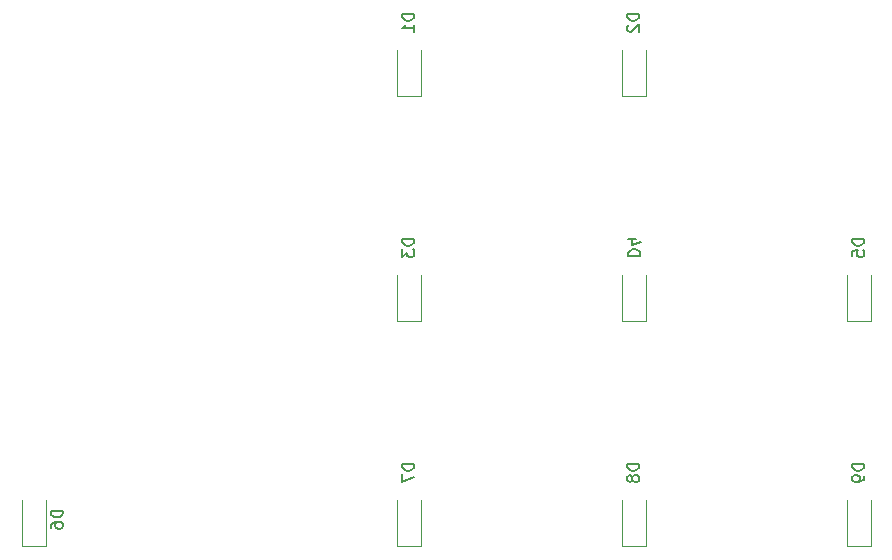
<source format=gbr>
G04 #@! TF.GenerationSoftware,KiCad,Pcbnew,(5.1.4)-1*
G04 #@! TF.CreationDate,2024-05-04T17:29:15-04:00*
G04 #@! TF.ProjectId,micarrizo-pad,6d696361-7272-4697-9a6f-2d7061642e6b,rev?*
G04 #@! TF.SameCoordinates,Original*
G04 #@! TF.FileFunction,Legend,Bot*
G04 #@! TF.FilePolarity,Positive*
%FSLAX46Y46*%
G04 Gerber Fmt 4.6, Leading zero omitted, Abs format (unit mm)*
G04 Created by KiCad (PCBNEW (5.1.4)-1) date 2024-05-04 17:29:15*
%MOMM*%
%LPD*%
G04 APERTURE LIST*
%ADD10C,0.120000*%
%ADD11C,0.150000*%
G04 APERTURE END LIST*
D10*
X149431250Y-106231250D02*
X149431250Y-102331250D01*
X147431250Y-106231250D02*
X147431250Y-102331250D01*
X149431250Y-106231250D02*
X147431250Y-106231250D01*
X130381250Y-106231250D02*
X130381250Y-102331250D01*
X128381250Y-106231250D02*
X128381250Y-102331250D01*
X130381250Y-106231250D02*
X128381250Y-106231250D01*
X111331250Y-106231250D02*
X111331250Y-102331250D01*
X109331250Y-106231250D02*
X109331250Y-102331250D01*
X111331250Y-106231250D02*
X109331250Y-106231250D01*
X79581250Y-106231250D02*
X79581250Y-102331250D01*
X77581250Y-106231250D02*
X77581250Y-102331250D01*
X79581250Y-106231250D02*
X77581250Y-106231250D01*
X149431250Y-87181250D02*
X149431250Y-83281250D01*
X147431250Y-87181250D02*
X147431250Y-83281250D01*
X149431250Y-87181250D02*
X147431250Y-87181250D01*
X130381250Y-87181250D02*
X130381250Y-83281250D01*
X128381250Y-87181250D02*
X128381250Y-83281250D01*
X130381250Y-87181250D02*
X128381250Y-87181250D01*
X111331250Y-87181250D02*
X111331250Y-83281250D01*
X109331250Y-87181250D02*
X109331250Y-83281250D01*
X111331250Y-87181250D02*
X109331250Y-87181250D01*
X130381250Y-68131250D02*
X130381250Y-64231250D01*
X128381250Y-68131250D02*
X128381250Y-64231250D01*
X130381250Y-68131250D02*
X128381250Y-68131250D01*
X111331250Y-68131250D02*
X111331250Y-64231250D01*
X109331250Y-68131250D02*
X109331250Y-64231250D01*
X111331250Y-68131250D02*
X109331250Y-68131250D01*
D11*
X148883630Y-99274404D02*
X147883630Y-99274404D01*
X147883630Y-99512500D01*
X147931250Y-99655357D01*
X148026488Y-99750595D01*
X148121726Y-99798214D01*
X148312202Y-99845833D01*
X148455059Y-99845833D01*
X148645535Y-99798214D01*
X148740773Y-99750595D01*
X148836011Y-99655357D01*
X148883630Y-99512500D01*
X148883630Y-99274404D01*
X148883630Y-100322023D02*
X148883630Y-100512500D01*
X148836011Y-100607738D01*
X148788392Y-100655357D01*
X148645535Y-100750595D01*
X148455059Y-100798214D01*
X148074107Y-100798214D01*
X147978869Y-100750595D01*
X147931250Y-100702976D01*
X147883630Y-100607738D01*
X147883630Y-100417261D01*
X147931250Y-100322023D01*
X147978869Y-100274404D01*
X148074107Y-100226785D01*
X148312202Y-100226785D01*
X148407440Y-100274404D01*
X148455059Y-100322023D01*
X148502678Y-100417261D01*
X148502678Y-100607738D01*
X148455059Y-100702976D01*
X148407440Y-100750595D01*
X148312202Y-100798214D01*
X129833630Y-99274404D02*
X128833630Y-99274404D01*
X128833630Y-99512500D01*
X128881250Y-99655357D01*
X128976488Y-99750595D01*
X129071726Y-99798214D01*
X129262202Y-99845833D01*
X129405059Y-99845833D01*
X129595535Y-99798214D01*
X129690773Y-99750595D01*
X129786011Y-99655357D01*
X129833630Y-99512500D01*
X129833630Y-99274404D01*
X129262202Y-100417261D02*
X129214583Y-100322023D01*
X129166964Y-100274404D01*
X129071726Y-100226785D01*
X129024107Y-100226785D01*
X128928869Y-100274404D01*
X128881250Y-100322023D01*
X128833630Y-100417261D01*
X128833630Y-100607738D01*
X128881250Y-100702976D01*
X128928869Y-100750595D01*
X129024107Y-100798214D01*
X129071726Y-100798214D01*
X129166964Y-100750595D01*
X129214583Y-100702976D01*
X129262202Y-100607738D01*
X129262202Y-100417261D01*
X129309821Y-100322023D01*
X129357440Y-100274404D01*
X129452678Y-100226785D01*
X129643154Y-100226785D01*
X129738392Y-100274404D01*
X129786011Y-100322023D01*
X129833630Y-100417261D01*
X129833630Y-100607738D01*
X129786011Y-100702976D01*
X129738392Y-100750595D01*
X129643154Y-100798214D01*
X129452678Y-100798214D01*
X129357440Y-100750595D01*
X129309821Y-100702976D01*
X129262202Y-100607738D01*
X110783630Y-99274404D02*
X109783630Y-99274404D01*
X109783630Y-99512500D01*
X109831250Y-99655357D01*
X109926488Y-99750595D01*
X110021726Y-99798214D01*
X110212202Y-99845833D01*
X110355059Y-99845833D01*
X110545535Y-99798214D01*
X110640773Y-99750595D01*
X110736011Y-99655357D01*
X110783630Y-99512500D01*
X110783630Y-99274404D01*
X109783630Y-100179166D02*
X109783630Y-100845833D01*
X110783630Y-100417261D01*
X81033630Y-103243154D02*
X80033630Y-103243154D01*
X80033630Y-103481250D01*
X80081250Y-103624107D01*
X80176488Y-103719345D01*
X80271726Y-103766964D01*
X80462202Y-103814583D01*
X80605059Y-103814583D01*
X80795535Y-103766964D01*
X80890773Y-103719345D01*
X80986011Y-103624107D01*
X81033630Y-103481250D01*
X81033630Y-103243154D01*
X80033630Y-104671726D02*
X80033630Y-104481250D01*
X80081250Y-104386011D01*
X80128869Y-104338392D01*
X80271726Y-104243154D01*
X80462202Y-104195535D01*
X80843154Y-104195535D01*
X80938392Y-104243154D01*
X80986011Y-104290773D01*
X81033630Y-104386011D01*
X81033630Y-104576488D01*
X80986011Y-104671726D01*
X80938392Y-104719345D01*
X80843154Y-104766964D01*
X80605059Y-104766964D01*
X80509821Y-104719345D01*
X80462202Y-104671726D01*
X80414583Y-104576488D01*
X80414583Y-104386011D01*
X80462202Y-104290773D01*
X80509821Y-104243154D01*
X80605059Y-104195535D01*
X148883630Y-80224404D02*
X147883630Y-80224404D01*
X147883630Y-80462500D01*
X147931250Y-80605357D01*
X148026488Y-80700595D01*
X148121726Y-80748214D01*
X148312202Y-80795833D01*
X148455059Y-80795833D01*
X148645535Y-80748214D01*
X148740773Y-80700595D01*
X148836011Y-80605357D01*
X148883630Y-80462500D01*
X148883630Y-80224404D01*
X147883630Y-81700595D02*
X147883630Y-81224404D01*
X148359821Y-81176785D01*
X148312202Y-81224404D01*
X148264583Y-81319642D01*
X148264583Y-81557738D01*
X148312202Y-81652976D01*
X148359821Y-81700595D01*
X148455059Y-81748214D01*
X148693154Y-81748214D01*
X148788392Y-81700595D01*
X148836011Y-81652976D01*
X148883630Y-81557738D01*
X148883630Y-81319642D01*
X148836011Y-81224404D01*
X148788392Y-81176785D01*
X128928869Y-81700595D02*
X129928869Y-81700595D01*
X129928869Y-81462500D01*
X129881250Y-81319642D01*
X129786011Y-81224404D01*
X129690773Y-81176785D01*
X129500297Y-81129166D01*
X129357440Y-81129166D01*
X129166964Y-81176785D01*
X129071726Y-81224404D01*
X128976488Y-81319642D01*
X128928869Y-81462500D01*
X128928869Y-81700595D01*
X129595535Y-80272023D02*
X128928869Y-80272023D01*
X129976488Y-80510119D02*
X129262202Y-80748214D01*
X129262202Y-80129166D01*
X110783630Y-80224404D02*
X109783630Y-80224404D01*
X109783630Y-80462500D01*
X109831250Y-80605357D01*
X109926488Y-80700595D01*
X110021726Y-80748214D01*
X110212202Y-80795833D01*
X110355059Y-80795833D01*
X110545535Y-80748214D01*
X110640773Y-80700595D01*
X110736011Y-80605357D01*
X110783630Y-80462500D01*
X110783630Y-80224404D01*
X109783630Y-81129166D02*
X109783630Y-81748214D01*
X110164583Y-81414880D01*
X110164583Y-81557738D01*
X110212202Y-81652976D01*
X110259821Y-81700595D01*
X110355059Y-81748214D01*
X110593154Y-81748214D01*
X110688392Y-81700595D01*
X110736011Y-81652976D01*
X110783630Y-81557738D01*
X110783630Y-81272023D01*
X110736011Y-81176785D01*
X110688392Y-81129166D01*
X129833630Y-61174404D02*
X128833630Y-61174404D01*
X128833630Y-61412500D01*
X128881250Y-61555357D01*
X128976488Y-61650595D01*
X129071726Y-61698214D01*
X129262202Y-61745833D01*
X129405059Y-61745833D01*
X129595535Y-61698214D01*
X129690773Y-61650595D01*
X129786011Y-61555357D01*
X129833630Y-61412500D01*
X129833630Y-61174404D01*
X128928869Y-62126785D02*
X128881250Y-62174404D01*
X128833630Y-62269642D01*
X128833630Y-62507738D01*
X128881250Y-62602976D01*
X128928869Y-62650595D01*
X129024107Y-62698214D01*
X129119345Y-62698214D01*
X129262202Y-62650595D01*
X129833630Y-62079166D01*
X129833630Y-62698214D01*
X110783630Y-61174404D02*
X109783630Y-61174404D01*
X109783630Y-61412500D01*
X109831250Y-61555357D01*
X109926488Y-61650595D01*
X110021726Y-61698214D01*
X110212202Y-61745833D01*
X110355059Y-61745833D01*
X110545535Y-61698214D01*
X110640773Y-61650595D01*
X110736011Y-61555357D01*
X110783630Y-61412500D01*
X110783630Y-61174404D01*
X110783630Y-62698214D02*
X110783630Y-62126785D01*
X110783630Y-62412500D02*
X109783630Y-62412500D01*
X109926488Y-62317261D01*
X110021726Y-62222023D01*
X110069345Y-62126785D01*
M02*

</source>
